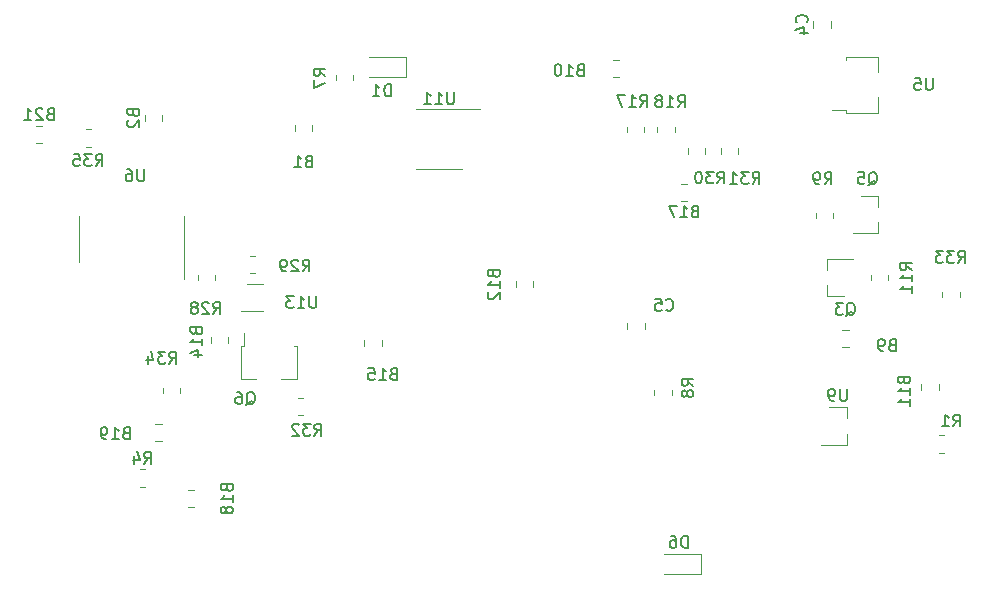
<source format=gbo>
%TF.GenerationSoftware,KiCad,Pcbnew,5.1.12-84ad8e8a86~92~ubuntu20.04.1*%
%TF.CreationDate,2022-05-15T08:31:46-04:00*%
%TF.ProjectId,HL2IOBoard,484c3249-4f42-46f6-9172-642e6b696361,D*%
%TF.SameCoordinates,Original*%
%TF.FileFunction,Legend,Bot*%
%TF.FilePolarity,Positive*%
%FSLAX46Y46*%
G04 Gerber Fmt 4.6, Leading zero omitted, Abs format (unit mm)*
G04 Created by KiCad (PCBNEW 5.1.12-84ad8e8a86~92~ubuntu20.04.1) date 2022-05-15 08:31:46*
%MOMM*%
%LPD*%
G01*
G04 APERTURE LIST*
%ADD10C,0.120000*%
%ADD11C,0.150000*%
G04 APERTURE END LIST*
D10*
%TO.C,B2*%
X120775000Y-92946248D02*
X120775000Y-93468752D01*
X119305000Y-92946248D02*
X119305000Y-93468752D01*
%TO.C,R8*%
X163885000Y-116702064D02*
X163885000Y-116247936D01*
X162415000Y-116702064D02*
X162415000Y-116247936D01*
%TO.C,C5*%
X161610000Y-111111252D02*
X161610000Y-110588748D01*
X160140000Y-111111252D02*
X160140000Y-110588748D01*
%TO.C,C4*%
X177360000Y-85038748D02*
X177360000Y-85561252D01*
X175890000Y-85038748D02*
X175890000Y-85561252D01*
%TO.C,B9*%
X178861252Y-111165000D02*
X178338748Y-111165000D01*
X178861252Y-112635000D02*
X178338748Y-112635000D01*
%TO.C,U9*%
X178700000Y-117730000D02*
X178700000Y-118660000D01*
X178700000Y-120890000D02*
X178700000Y-119960000D01*
X178700000Y-120890000D02*
X176540000Y-120890000D01*
X178700000Y-117730000D02*
X177240000Y-117730000D01*
%TO.C,B1*%
X133425000Y-94351252D02*
X133425000Y-93828748D01*
X131955000Y-94351252D02*
X131955000Y-93828748D01*
%TO.C,B10*%
X159431252Y-89745000D02*
X158908748Y-89745000D01*
X159431252Y-88275000D02*
X158908748Y-88275000D01*
%TO.C,B15*%
X137865000Y-112561252D02*
X137865000Y-112038748D01*
X139335000Y-112561252D02*
X139335000Y-112038748D01*
%TO.C,R17*%
X160065000Y-94427064D02*
X160065000Y-93972936D01*
X161535000Y-94427064D02*
X161535000Y-93972936D01*
%TO.C,R18*%
X164135000Y-94427064D02*
X164135000Y-93972936D01*
X162665000Y-94427064D02*
X162665000Y-93972936D01*
%TO.C,U5*%
X178640000Y-88040000D02*
X178640000Y-88270000D01*
X178640000Y-92760000D02*
X178640000Y-92530000D01*
X178640000Y-92760000D02*
X181360000Y-92760000D01*
X181360000Y-92760000D02*
X181360000Y-91450000D01*
X177500000Y-92530000D02*
X178640000Y-92530000D01*
X181360000Y-88040000D02*
X178640000Y-88040000D01*
X181360000Y-89350000D02*
X181360000Y-88040000D01*
%TO.C,R7*%
X135465000Y-89572936D02*
X135465000Y-90027064D01*
X136935000Y-89572936D02*
X136935000Y-90027064D01*
%TO.C,Q3*%
X177040000Y-108280000D02*
X178500000Y-108280000D01*
X177040000Y-105120000D02*
X179200000Y-105120000D01*
X177040000Y-105120000D02*
X177040000Y-106050000D01*
X177040000Y-108280000D02*
X177040000Y-107350000D01*
%TO.C,Q5*%
X181360000Y-99820000D02*
X181360000Y-100750000D01*
X181360000Y-102980000D02*
X181360000Y-102050000D01*
X181360000Y-102980000D02*
X179200000Y-102980000D01*
X181360000Y-99820000D02*
X179900000Y-99820000D01*
%TO.C,R9*%
X177535000Y-101727064D02*
X177535000Y-101272936D01*
X176065000Y-101727064D02*
X176065000Y-101272936D01*
%TO.C,R11*%
X180765000Y-106927064D02*
X180765000Y-106472936D01*
X182235000Y-106927064D02*
X182235000Y-106472936D01*
%TO.C,D6*%
X166400000Y-130150000D02*
X166400000Y-131850000D01*
X166400000Y-131850000D02*
X163250000Y-131850000D01*
X166400000Y-130150000D02*
X163250000Y-130150000D01*
%TO.C,B12*%
X150665000Y-107038748D02*
X150665000Y-107561252D01*
X152135000Y-107038748D02*
X152135000Y-107561252D01*
%TO.C,R30*%
X166735000Y-95772936D02*
X166735000Y-96227064D01*
X165265000Y-95772936D02*
X165265000Y-96227064D01*
%TO.C,R31*%
X168065000Y-95772936D02*
X168065000Y-96227064D01*
X169535000Y-95772936D02*
X169535000Y-96227064D01*
%TO.C,U11*%
X144200000Y-92440000D02*
X147650000Y-92440000D01*
X144200000Y-92440000D02*
X142250000Y-92440000D01*
X144200000Y-97560000D02*
X146150000Y-97560000D01*
X144200000Y-97560000D02*
X142250000Y-97560000D01*
%TO.C,R32*%
X132242936Y-118355000D02*
X132697064Y-118355000D01*
X132242936Y-116885000D02*
X132697064Y-116885000D01*
%TO.C,R33*%
X186805000Y-108407064D02*
X186805000Y-107952936D01*
X188275000Y-108407064D02*
X188275000Y-107952936D01*
%TO.C,U13*%
X129300000Y-109560000D02*
X127400000Y-109560000D01*
X127900000Y-107240000D02*
X129300000Y-107240000D01*
%TO.C,Q6*%
X130820000Y-115280000D02*
X132130000Y-115280000D01*
X132130000Y-115280000D02*
X132130000Y-112560000D01*
X127640000Y-111420000D02*
X127640000Y-112560000D01*
X127410000Y-115280000D02*
X128720000Y-115280000D01*
X127410000Y-112560000D02*
X127410000Y-115280000D01*
X127410000Y-112560000D02*
X127640000Y-112560000D01*
X132130000Y-112560000D02*
X131900000Y-112560000D01*
%TO.C,B11*%
X185025000Y-116231252D02*
X185025000Y-115708748D01*
X186495000Y-116231252D02*
X186495000Y-115708748D01*
%TO.C,R1*%
X186957064Y-121545000D02*
X186502936Y-121545000D01*
X186957064Y-120075000D02*
X186502936Y-120075000D01*
%TO.C,R28*%
X125225000Y-106502936D02*
X125225000Y-106957064D01*
X123755000Y-106502936D02*
X123755000Y-106957064D01*
%TO.C,R29*%
X128627064Y-104865000D02*
X128172936Y-104865000D01*
X128627064Y-106335000D02*
X128172936Y-106335000D01*
%TO.C,B14*%
X126335000Y-111738748D02*
X126335000Y-112261252D01*
X124865000Y-111738748D02*
X124865000Y-112261252D01*
%TO.C,B18*%
X122938748Y-124685000D02*
X123461252Y-124685000D01*
X122938748Y-126155000D02*
X123461252Y-126155000D01*
%TO.C,B19*%
X120701252Y-119135000D02*
X120178748Y-119135000D01*
X120701252Y-120605000D02*
X120178748Y-120605000D01*
%TO.C,B21*%
X110611252Y-93865000D02*
X110088748Y-93865000D01*
X110611252Y-95335000D02*
X110088748Y-95335000D01*
%TO.C,D1*%
X141370000Y-88070000D02*
X141370000Y-89770000D01*
X141370000Y-89770000D02*
X138220000Y-89770000D01*
X141370000Y-88070000D02*
X138220000Y-88070000D01*
%TO.C,R4*%
X119297064Y-124425000D02*
X118842936Y-124425000D01*
X119297064Y-122955000D02*
X118842936Y-122955000D01*
%TO.C,R34*%
X120785000Y-116052936D02*
X120785000Y-116507064D01*
X122255000Y-116052936D02*
X122255000Y-116507064D01*
%TO.C,R35*%
X114747064Y-94185000D02*
X114292936Y-94185000D01*
X114747064Y-95655000D02*
X114292936Y-95655000D01*
%TO.C,U6*%
X113695000Y-103440000D02*
X113695000Y-101490000D01*
X113695000Y-103440000D02*
X113695000Y-105390000D01*
X122565000Y-103440000D02*
X122565000Y-101490000D01*
X122565000Y-103440000D02*
X122565000Y-106890000D01*
%TO.C,B17*%
X164678748Y-100245000D02*
X165201252Y-100245000D01*
X164678748Y-98775000D02*
X165201252Y-98775000D01*
%TO.C,B2*%
D11*
X118288571Y-92802738D02*
X118336190Y-92945595D01*
X118383809Y-92993214D01*
X118479047Y-93040833D01*
X118621904Y-93040833D01*
X118717142Y-92993214D01*
X118764761Y-92945595D01*
X118812380Y-92850357D01*
X118812380Y-92469404D01*
X117812380Y-92469404D01*
X117812380Y-92802738D01*
X117860000Y-92897976D01*
X117907619Y-92945595D01*
X118002857Y-92993214D01*
X118098095Y-92993214D01*
X118193333Y-92945595D01*
X118240952Y-92897976D01*
X118288571Y-92802738D01*
X118288571Y-92469404D01*
X117907619Y-93421785D02*
X117860000Y-93469404D01*
X117812380Y-93564642D01*
X117812380Y-93802738D01*
X117860000Y-93897976D01*
X117907619Y-93945595D01*
X118002857Y-93993214D01*
X118098095Y-93993214D01*
X118240952Y-93945595D01*
X118812380Y-93374166D01*
X118812380Y-93993214D01*
%TO.C,R8*%
X165722380Y-115893333D02*
X165246190Y-115560000D01*
X165722380Y-115321904D02*
X164722380Y-115321904D01*
X164722380Y-115702857D01*
X164770000Y-115798095D01*
X164817619Y-115845714D01*
X164912857Y-115893333D01*
X165055714Y-115893333D01*
X165150952Y-115845714D01*
X165198571Y-115798095D01*
X165246190Y-115702857D01*
X165246190Y-115321904D01*
X165150952Y-116464761D02*
X165103333Y-116369523D01*
X165055714Y-116321904D01*
X164960476Y-116274285D01*
X164912857Y-116274285D01*
X164817619Y-116321904D01*
X164770000Y-116369523D01*
X164722380Y-116464761D01*
X164722380Y-116655238D01*
X164770000Y-116750476D01*
X164817619Y-116798095D01*
X164912857Y-116845714D01*
X164960476Y-116845714D01*
X165055714Y-116798095D01*
X165103333Y-116750476D01*
X165150952Y-116655238D01*
X165150952Y-116464761D01*
X165198571Y-116369523D01*
X165246190Y-116321904D01*
X165341428Y-116274285D01*
X165531904Y-116274285D01*
X165627142Y-116321904D01*
X165674761Y-116369523D01*
X165722380Y-116464761D01*
X165722380Y-116655238D01*
X165674761Y-116750476D01*
X165627142Y-116798095D01*
X165531904Y-116845714D01*
X165341428Y-116845714D01*
X165246190Y-116798095D01*
X165198571Y-116750476D01*
X165150952Y-116655238D01*
%TO.C,C5*%
X163416666Y-109437142D02*
X163464285Y-109484761D01*
X163607142Y-109532380D01*
X163702380Y-109532380D01*
X163845238Y-109484761D01*
X163940476Y-109389523D01*
X163988095Y-109294285D01*
X164035714Y-109103809D01*
X164035714Y-108960952D01*
X163988095Y-108770476D01*
X163940476Y-108675238D01*
X163845238Y-108580000D01*
X163702380Y-108532380D01*
X163607142Y-108532380D01*
X163464285Y-108580000D01*
X163416666Y-108627619D01*
X162511904Y-108532380D02*
X162988095Y-108532380D01*
X163035714Y-109008571D01*
X162988095Y-108960952D01*
X162892857Y-108913333D01*
X162654761Y-108913333D01*
X162559523Y-108960952D01*
X162511904Y-109008571D01*
X162464285Y-109103809D01*
X162464285Y-109341904D01*
X162511904Y-109437142D01*
X162559523Y-109484761D01*
X162654761Y-109532380D01*
X162892857Y-109532380D01*
X162988095Y-109484761D01*
X163035714Y-109437142D01*
%TO.C,C4*%
X175302142Y-85133333D02*
X175349761Y-85085714D01*
X175397380Y-84942857D01*
X175397380Y-84847619D01*
X175349761Y-84704761D01*
X175254523Y-84609523D01*
X175159285Y-84561904D01*
X174968809Y-84514285D01*
X174825952Y-84514285D01*
X174635476Y-84561904D01*
X174540238Y-84609523D01*
X174445000Y-84704761D01*
X174397380Y-84847619D01*
X174397380Y-84942857D01*
X174445000Y-85085714D01*
X174492619Y-85133333D01*
X174730714Y-85990476D02*
X175397380Y-85990476D01*
X174349761Y-85752380D02*
X175064047Y-85514285D01*
X175064047Y-86133333D01*
%TO.C,B9*%
X182534761Y-112408571D02*
X182391904Y-112456190D01*
X182344285Y-112503809D01*
X182296666Y-112599047D01*
X182296666Y-112741904D01*
X182344285Y-112837142D01*
X182391904Y-112884761D01*
X182487142Y-112932380D01*
X182868095Y-112932380D01*
X182868095Y-111932380D01*
X182534761Y-111932380D01*
X182439523Y-111980000D01*
X182391904Y-112027619D01*
X182344285Y-112122857D01*
X182344285Y-112218095D01*
X182391904Y-112313333D01*
X182439523Y-112360952D01*
X182534761Y-112408571D01*
X182868095Y-112408571D01*
X181820476Y-112932380D02*
X181630000Y-112932380D01*
X181534761Y-112884761D01*
X181487142Y-112837142D01*
X181391904Y-112694285D01*
X181344285Y-112503809D01*
X181344285Y-112122857D01*
X181391904Y-112027619D01*
X181439523Y-111980000D01*
X181534761Y-111932380D01*
X181725238Y-111932380D01*
X181820476Y-111980000D01*
X181868095Y-112027619D01*
X181915714Y-112122857D01*
X181915714Y-112360952D01*
X181868095Y-112456190D01*
X181820476Y-112503809D01*
X181725238Y-112551428D01*
X181534761Y-112551428D01*
X181439523Y-112503809D01*
X181391904Y-112456190D01*
X181344285Y-112360952D01*
%TO.C,U9*%
X178711904Y-116162380D02*
X178711904Y-116971904D01*
X178664285Y-117067142D01*
X178616666Y-117114761D01*
X178521428Y-117162380D01*
X178330952Y-117162380D01*
X178235714Y-117114761D01*
X178188095Y-117067142D01*
X178140476Y-116971904D01*
X178140476Y-116162380D01*
X177616666Y-117162380D02*
X177426190Y-117162380D01*
X177330952Y-117114761D01*
X177283333Y-117067142D01*
X177188095Y-116924285D01*
X177140476Y-116733809D01*
X177140476Y-116352857D01*
X177188095Y-116257619D01*
X177235714Y-116210000D01*
X177330952Y-116162380D01*
X177521428Y-116162380D01*
X177616666Y-116210000D01*
X177664285Y-116257619D01*
X177711904Y-116352857D01*
X177711904Y-116590952D01*
X177664285Y-116686190D01*
X177616666Y-116733809D01*
X177521428Y-116781428D01*
X177330952Y-116781428D01*
X177235714Y-116733809D01*
X177188095Y-116686190D01*
X177140476Y-116590952D01*
%TO.C,B1*%
X133124761Y-96878571D02*
X132981904Y-96926190D01*
X132934285Y-96973809D01*
X132886666Y-97069047D01*
X132886666Y-97211904D01*
X132934285Y-97307142D01*
X132981904Y-97354761D01*
X133077142Y-97402380D01*
X133458095Y-97402380D01*
X133458095Y-96402380D01*
X133124761Y-96402380D01*
X133029523Y-96450000D01*
X132981904Y-96497619D01*
X132934285Y-96592857D01*
X132934285Y-96688095D01*
X132981904Y-96783333D01*
X133029523Y-96830952D01*
X133124761Y-96878571D01*
X133458095Y-96878571D01*
X131934285Y-97402380D02*
X132505714Y-97402380D01*
X132220000Y-97402380D02*
X132220000Y-96402380D01*
X132315238Y-96545238D01*
X132410476Y-96640476D01*
X132505714Y-96688095D01*
%TO.C,B10*%
X156110952Y-89138571D02*
X155968095Y-89186190D01*
X155920476Y-89233809D01*
X155872857Y-89329047D01*
X155872857Y-89471904D01*
X155920476Y-89567142D01*
X155968095Y-89614761D01*
X156063333Y-89662380D01*
X156444285Y-89662380D01*
X156444285Y-88662380D01*
X156110952Y-88662380D01*
X156015714Y-88710000D01*
X155968095Y-88757619D01*
X155920476Y-88852857D01*
X155920476Y-88948095D01*
X155968095Y-89043333D01*
X156015714Y-89090952D01*
X156110952Y-89138571D01*
X156444285Y-89138571D01*
X154920476Y-89662380D02*
X155491904Y-89662380D01*
X155206190Y-89662380D02*
X155206190Y-88662380D01*
X155301428Y-88805238D01*
X155396666Y-88900476D01*
X155491904Y-88948095D01*
X154301428Y-88662380D02*
X154206190Y-88662380D01*
X154110952Y-88710000D01*
X154063333Y-88757619D01*
X154015714Y-88852857D01*
X153968095Y-89043333D01*
X153968095Y-89281428D01*
X154015714Y-89471904D01*
X154063333Y-89567142D01*
X154110952Y-89614761D01*
X154206190Y-89662380D01*
X154301428Y-89662380D01*
X154396666Y-89614761D01*
X154444285Y-89567142D01*
X154491904Y-89471904D01*
X154539523Y-89281428D01*
X154539523Y-89043333D01*
X154491904Y-88852857D01*
X154444285Y-88757619D01*
X154396666Y-88710000D01*
X154301428Y-88662380D01*
%TO.C,B15*%
X140310952Y-114868571D02*
X140168095Y-114916190D01*
X140120476Y-114963809D01*
X140072857Y-115059047D01*
X140072857Y-115201904D01*
X140120476Y-115297142D01*
X140168095Y-115344761D01*
X140263333Y-115392380D01*
X140644285Y-115392380D01*
X140644285Y-114392380D01*
X140310952Y-114392380D01*
X140215714Y-114440000D01*
X140168095Y-114487619D01*
X140120476Y-114582857D01*
X140120476Y-114678095D01*
X140168095Y-114773333D01*
X140215714Y-114820952D01*
X140310952Y-114868571D01*
X140644285Y-114868571D01*
X139120476Y-115392380D02*
X139691904Y-115392380D01*
X139406190Y-115392380D02*
X139406190Y-114392380D01*
X139501428Y-114535238D01*
X139596666Y-114630476D01*
X139691904Y-114678095D01*
X138215714Y-114392380D02*
X138691904Y-114392380D01*
X138739523Y-114868571D01*
X138691904Y-114820952D01*
X138596666Y-114773333D01*
X138358571Y-114773333D01*
X138263333Y-114820952D01*
X138215714Y-114868571D01*
X138168095Y-114963809D01*
X138168095Y-115201904D01*
X138215714Y-115297142D01*
X138263333Y-115344761D01*
X138358571Y-115392380D01*
X138596666Y-115392380D01*
X138691904Y-115344761D01*
X138739523Y-115297142D01*
%TO.C,R17*%
X161212857Y-92252380D02*
X161546190Y-91776190D01*
X161784285Y-92252380D02*
X161784285Y-91252380D01*
X161403333Y-91252380D01*
X161308095Y-91300000D01*
X161260476Y-91347619D01*
X161212857Y-91442857D01*
X161212857Y-91585714D01*
X161260476Y-91680952D01*
X161308095Y-91728571D01*
X161403333Y-91776190D01*
X161784285Y-91776190D01*
X160260476Y-92252380D02*
X160831904Y-92252380D01*
X160546190Y-92252380D02*
X160546190Y-91252380D01*
X160641428Y-91395238D01*
X160736666Y-91490476D01*
X160831904Y-91538095D01*
X159927142Y-91252380D02*
X159260476Y-91252380D01*
X159689047Y-92252380D01*
%TO.C,R18*%
X164412857Y-92302380D02*
X164746190Y-91826190D01*
X164984285Y-92302380D02*
X164984285Y-91302380D01*
X164603333Y-91302380D01*
X164508095Y-91350000D01*
X164460476Y-91397619D01*
X164412857Y-91492857D01*
X164412857Y-91635714D01*
X164460476Y-91730952D01*
X164508095Y-91778571D01*
X164603333Y-91826190D01*
X164984285Y-91826190D01*
X163460476Y-92302380D02*
X164031904Y-92302380D01*
X163746190Y-92302380D02*
X163746190Y-91302380D01*
X163841428Y-91445238D01*
X163936666Y-91540476D01*
X164031904Y-91588095D01*
X162889047Y-91730952D02*
X162984285Y-91683333D01*
X163031904Y-91635714D01*
X163079523Y-91540476D01*
X163079523Y-91492857D01*
X163031904Y-91397619D01*
X162984285Y-91350000D01*
X162889047Y-91302380D01*
X162698571Y-91302380D01*
X162603333Y-91350000D01*
X162555714Y-91397619D01*
X162508095Y-91492857D01*
X162508095Y-91540476D01*
X162555714Y-91635714D01*
X162603333Y-91683333D01*
X162698571Y-91730952D01*
X162889047Y-91730952D01*
X162984285Y-91778571D01*
X163031904Y-91826190D01*
X163079523Y-91921428D01*
X163079523Y-92111904D01*
X163031904Y-92207142D01*
X162984285Y-92254761D01*
X162889047Y-92302380D01*
X162698571Y-92302380D01*
X162603333Y-92254761D01*
X162555714Y-92207142D01*
X162508095Y-92111904D01*
X162508095Y-91921428D01*
X162555714Y-91826190D01*
X162603333Y-91778571D01*
X162698571Y-91730952D01*
%TO.C,U5*%
X185981904Y-89842380D02*
X185981904Y-90651904D01*
X185934285Y-90747142D01*
X185886666Y-90794761D01*
X185791428Y-90842380D01*
X185600952Y-90842380D01*
X185505714Y-90794761D01*
X185458095Y-90747142D01*
X185410476Y-90651904D01*
X185410476Y-89842380D01*
X184458095Y-89842380D02*
X184934285Y-89842380D01*
X184981904Y-90318571D01*
X184934285Y-90270952D01*
X184839047Y-90223333D01*
X184600952Y-90223333D01*
X184505714Y-90270952D01*
X184458095Y-90318571D01*
X184410476Y-90413809D01*
X184410476Y-90651904D01*
X184458095Y-90747142D01*
X184505714Y-90794761D01*
X184600952Y-90842380D01*
X184839047Y-90842380D01*
X184934285Y-90794761D01*
X184981904Y-90747142D01*
%TO.C,R7*%
X134572380Y-89653333D02*
X134096190Y-89320000D01*
X134572380Y-89081904D02*
X133572380Y-89081904D01*
X133572380Y-89462857D01*
X133620000Y-89558095D01*
X133667619Y-89605714D01*
X133762857Y-89653333D01*
X133905714Y-89653333D01*
X134000952Y-89605714D01*
X134048571Y-89558095D01*
X134096190Y-89462857D01*
X134096190Y-89081904D01*
X133572380Y-89986666D02*
X133572380Y-90653333D01*
X134572380Y-90224761D01*
%TO.C,Q3*%
X178665238Y-109967619D02*
X178760476Y-109920000D01*
X178855714Y-109824761D01*
X178998571Y-109681904D01*
X179093809Y-109634285D01*
X179189047Y-109634285D01*
X179141428Y-109872380D02*
X179236666Y-109824761D01*
X179331904Y-109729523D01*
X179379523Y-109539047D01*
X179379523Y-109205714D01*
X179331904Y-109015238D01*
X179236666Y-108920000D01*
X179141428Y-108872380D01*
X178950952Y-108872380D01*
X178855714Y-108920000D01*
X178760476Y-109015238D01*
X178712857Y-109205714D01*
X178712857Y-109539047D01*
X178760476Y-109729523D01*
X178855714Y-109824761D01*
X178950952Y-109872380D01*
X179141428Y-109872380D01*
X178379523Y-108872380D02*
X177760476Y-108872380D01*
X178093809Y-109253333D01*
X177950952Y-109253333D01*
X177855714Y-109300952D01*
X177808095Y-109348571D01*
X177760476Y-109443809D01*
X177760476Y-109681904D01*
X177808095Y-109777142D01*
X177855714Y-109824761D01*
X177950952Y-109872380D01*
X178236666Y-109872380D01*
X178331904Y-109824761D01*
X178379523Y-109777142D01*
%TO.C,Q5*%
X180535238Y-98897619D02*
X180630476Y-98850000D01*
X180725714Y-98754761D01*
X180868571Y-98611904D01*
X180963809Y-98564285D01*
X181059047Y-98564285D01*
X181011428Y-98802380D02*
X181106666Y-98754761D01*
X181201904Y-98659523D01*
X181249523Y-98469047D01*
X181249523Y-98135714D01*
X181201904Y-97945238D01*
X181106666Y-97850000D01*
X181011428Y-97802380D01*
X180820952Y-97802380D01*
X180725714Y-97850000D01*
X180630476Y-97945238D01*
X180582857Y-98135714D01*
X180582857Y-98469047D01*
X180630476Y-98659523D01*
X180725714Y-98754761D01*
X180820952Y-98802380D01*
X181011428Y-98802380D01*
X179678095Y-97802380D02*
X180154285Y-97802380D01*
X180201904Y-98278571D01*
X180154285Y-98230952D01*
X180059047Y-98183333D01*
X179820952Y-98183333D01*
X179725714Y-98230952D01*
X179678095Y-98278571D01*
X179630476Y-98373809D01*
X179630476Y-98611904D01*
X179678095Y-98707142D01*
X179725714Y-98754761D01*
X179820952Y-98802380D01*
X180059047Y-98802380D01*
X180154285Y-98754761D01*
X180201904Y-98707142D01*
%TO.C,R9*%
X176846666Y-98822380D02*
X177180000Y-98346190D01*
X177418095Y-98822380D02*
X177418095Y-97822380D01*
X177037142Y-97822380D01*
X176941904Y-97870000D01*
X176894285Y-97917619D01*
X176846666Y-98012857D01*
X176846666Y-98155714D01*
X176894285Y-98250952D01*
X176941904Y-98298571D01*
X177037142Y-98346190D01*
X177418095Y-98346190D01*
X176370476Y-98822380D02*
X176180000Y-98822380D01*
X176084761Y-98774761D01*
X176037142Y-98727142D01*
X175941904Y-98584285D01*
X175894285Y-98393809D01*
X175894285Y-98012857D01*
X175941904Y-97917619D01*
X175989523Y-97870000D01*
X176084761Y-97822380D01*
X176275238Y-97822380D01*
X176370476Y-97870000D01*
X176418095Y-97917619D01*
X176465714Y-98012857D01*
X176465714Y-98250952D01*
X176418095Y-98346190D01*
X176370476Y-98393809D01*
X176275238Y-98441428D01*
X176084761Y-98441428D01*
X175989523Y-98393809D01*
X175941904Y-98346190D01*
X175894285Y-98250952D01*
%TO.C,R11*%
X184222380Y-106107142D02*
X183746190Y-105773809D01*
X184222380Y-105535714D02*
X183222380Y-105535714D01*
X183222380Y-105916666D01*
X183270000Y-106011904D01*
X183317619Y-106059523D01*
X183412857Y-106107142D01*
X183555714Y-106107142D01*
X183650952Y-106059523D01*
X183698571Y-106011904D01*
X183746190Y-105916666D01*
X183746190Y-105535714D01*
X184222380Y-107059523D02*
X184222380Y-106488095D01*
X184222380Y-106773809D02*
X183222380Y-106773809D01*
X183365238Y-106678571D01*
X183460476Y-106583333D01*
X183508095Y-106488095D01*
X184222380Y-108011904D02*
X184222380Y-107440476D01*
X184222380Y-107726190D02*
X183222380Y-107726190D01*
X183365238Y-107630952D01*
X183460476Y-107535714D01*
X183508095Y-107440476D01*
%TO.C,D6*%
X165238095Y-129602380D02*
X165238095Y-128602380D01*
X165000000Y-128602380D01*
X164857142Y-128650000D01*
X164761904Y-128745238D01*
X164714285Y-128840476D01*
X164666666Y-129030952D01*
X164666666Y-129173809D01*
X164714285Y-129364285D01*
X164761904Y-129459523D01*
X164857142Y-129554761D01*
X165000000Y-129602380D01*
X165238095Y-129602380D01*
X163809523Y-128602380D02*
X164000000Y-128602380D01*
X164095238Y-128650000D01*
X164142857Y-128697619D01*
X164238095Y-128840476D01*
X164285714Y-129030952D01*
X164285714Y-129411904D01*
X164238095Y-129507142D01*
X164190476Y-129554761D01*
X164095238Y-129602380D01*
X163904761Y-129602380D01*
X163809523Y-129554761D01*
X163761904Y-129507142D01*
X163714285Y-129411904D01*
X163714285Y-129173809D01*
X163761904Y-129078571D01*
X163809523Y-129030952D01*
X163904761Y-128983333D01*
X164095238Y-128983333D01*
X164190476Y-129030952D01*
X164238095Y-129078571D01*
X164285714Y-129173809D01*
%TO.C,B12*%
X148798571Y-106419047D02*
X148846190Y-106561904D01*
X148893809Y-106609523D01*
X148989047Y-106657142D01*
X149131904Y-106657142D01*
X149227142Y-106609523D01*
X149274761Y-106561904D01*
X149322380Y-106466666D01*
X149322380Y-106085714D01*
X148322380Y-106085714D01*
X148322380Y-106419047D01*
X148370000Y-106514285D01*
X148417619Y-106561904D01*
X148512857Y-106609523D01*
X148608095Y-106609523D01*
X148703333Y-106561904D01*
X148750952Y-106514285D01*
X148798571Y-106419047D01*
X148798571Y-106085714D01*
X149322380Y-107609523D02*
X149322380Y-107038095D01*
X149322380Y-107323809D02*
X148322380Y-107323809D01*
X148465238Y-107228571D01*
X148560476Y-107133333D01*
X148608095Y-107038095D01*
X148417619Y-107990476D02*
X148370000Y-108038095D01*
X148322380Y-108133333D01*
X148322380Y-108371428D01*
X148370000Y-108466666D01*
X148417619Y-108514285D01*
X148512857Y-108561904D01*
X148608095Y-108561904D01*
X148750952Y-108514285D01*
X149322380Y-107942857D01*
X149322380Y-108561904D01*
%TO.C,R30*%
X167762857Y-98762380D02*
X168096190Y-98286190D01*
X168334285Y-98762380D02*
X168334285Y-97762380D01*
X167953333Y-97762380D01*
X167858095Y-97810000D01*
X167810476Y-97857619D01*
X167762857Y-97952857D01*
X167762857Y-98095714D01*
X167810476Y-98190952D01*
X167858095Y-98238571D01*
X167953333Y-98286190D01*
X168334285Y-98286190D01*
X167429523Y-97762380D02*
X166810476Y-97762380D01*
X167143809Y-98143333D01*
X167000952Y-98143333D01*
X166905714Y-98190952D01*
X166858095Y-98238571D01*
X166810476Y-98333809D01*
X166810476Y-98571904D01*
X166858095Y-98667142D01*
X166905714Y-98714761D01*
X167000952Y-98762380D01*
X167286666Y-98762380D01*
X167381904Y-98714761D01*
X167429523Y-98667142D01*
X166191428Y-97762380D02*
X166096190Y-97762380D01*
X166000952Y-97810000D01*
X165953333Y-97857619D01*
X165905714Y-97952857D01*
X165858095Y-98143333D01*
X165858095Y-98381428D01*
X165905714Y-98571904D01*
X165953333Y-98667142D01*
X166000952Y-98714761D01*
X166096190Y-98762380D01*
X166191428Y-98762380D01*
X166286666Y-98714761D01*
X166334285Y-98667142D01*
X166381904Y-98571904D01*
X166429523Y-98381428D01*
X166429523Y-98143333D01*
X166381904Y-97952857D01*
X166334285Y-97857619D01*
X166286666Y-97810000D01*
X166191428Y-97762380D01*
%TO.C,R31*%
X170732857Y-98782380D02*
X171066190Y-98306190D01*
X171304285Y-98782380D02*
X171304285Y-97782380D01*
X170923333Y-97782380D01*
X170828095Y-97830000D01*
X170780476Y-97877619D01*
X170732857Y-97972857D01*
X170732857Y-98115714D01*
X170780476Y-98210952D01*
X170828095Y-98258571D01*
X170923333Y-98306190D01*
X171304285Y-98306190D01*
X170399523Y-97782380D02*
X169780476Y-97782380D01*
X170113809Y-98163333D01*
X169970952Y-98163333D01*
X169875714Y-98210952D01*
X169828095Y-98258571D01*
X169780476Y-98353809D01*
X169780476Y-98591904D01*
X169828095Y-98687142D01*
X169875714Y-98734761D01*
X169970952Y-98782380D01*
X170256666Y-98782380D01*
X170351904Y-98734761D01*
X170399523Y-98687142D01*
X168828095Y-98782380D02*
X169399523Y-98782380D01*
X169113809Y-98782380D02*
X169113809Y-97782380D01*
X169209047Y-97925238D01*
X169304285Y-98020476D01*
X169399523Y-98068095D01*
%TO.C,U11*%
X145438095Y-91052380D02*
X145438095Y-91861904D01*
X145390476Y-91957142D01*
X145342857Y-92004761D01*
X145247619Y-92052380D01*
X145057142Y-92052380D01*
X144961904Y-92004761D01*
X144914285Y-91957142D01*
X144866666Y-91861904D01*
X144866666Y-91052380D01*
X143866666Y-92052380D02*
X144438095Y-92052380D01*
X144152380Y-92052380D02*
X144152380Y-91052380D01*
X144247619Y-91195238D01*
X144342857Y-91290476D01*
X144438095Y-91338095D01*
X142914285Y-92052380D02*
X143485714Y-92052380D01*
X143200000Y-92052380D02*
X143200000Y-91052380D01*
X143295238Y-91195238D01*
X143390476Y-91290476D01*
X143485714Y-91338095D01*
%TO.C,R32*%
X133642857Y-120102380D02*
X133976190Y-119626190D01*
X134214285Y-120102380D02*
X134214285Y-119102380D01*
X133833333Y-119102380D01*
X133738095Y-119150000D01*
X133690476Y-119197619D01*
X133642857Y-119292857D01*
X133642857Y-119435714D01*
X133690476Y-119530952D01*
X133738095Y-119578571D01*
X133833333Y-119626190D01*
X134214285Y-119626190D01*
X133309523Y-119102380D02*
X132690476Y-119102380D01*
X133023809Y-119483333D01*
X132880952Y-119483333D01*
X132785714Y-119530952D01*
X132738095Y-119578571D01*
X132690476Y-119673809D01*
X132690476Y-119911904D01*
X132738095Y-120007142D01*
X132785714Y-120054761D01*
X132880952Y-120102380D01*
X133166666Y-120102380D01*
X133261904Y-120054761D01*
X133309523Y-120007142D01*
X132309523Y-119197619D02*
X132261904Y-119150000D01*
X132166666Y-119102380D01*
X131928571Y-119102380D01*
X131833333Y-119150000D01*
X131785714Y-119197619D01*
X131738095Y-119292857D01*
X131738095Y-119388095D01*
X131785714Y-119530952D01*
X132357142Y-120102380D01*
X131738095Y-120102380D01*
%TO.C,R33*%
X188142857Y-105472380D02*
X188476190Y-104996190D01*
X188714285Y-105472380D02*
X188714285Y-104472380D01*
X188333333Y-104472380D01*
X188238095Y-104520000D01*
X188190476Y-104567619D01*
X188142857Y-104662857D01*
X188142857Y-104805714D01*
X188190476Y-104900952D01*
X188238095Y-104948571D01*
X188333333Y-104996190D01*
X188714285Y-104996190D01*
X187809523Y-104472380D02*
X187190476Y-104472380D01*
X187523809Y-104853333D01*
X187380952Y-104853333D01*
X187285714Y-104900952D01*
X187238095Y-104948571D01*
X187190476Y-105043809D01*
X187190476Y-105281904D01*
X187238095Y-105377142D01*
X187285714Y-105424761D01*
X187380952Y-105472380D01*
X187666666Y-105472380D01*
X187761904Y-105424761D01*
X187809523Y-105377142D01*
X186857142Y-104472380D02*
X186238095Y-104472380D01*
X186571428Y-104853333D01*
X186428571Y-104853333D01*
X186333333Y-104900952D01*
X186285714Y-104948571D01*
X186238095Y-105043809D01*
X186238095Y-105281904D01*
X186285714Y-105377142D01*
X186333333Y-105424761D01*
X186428571Y-105472380D01*
X186714285Y-105472380D01*
X186809523Y-105424761D01*
X186857142Y-105377142D01*
%TO.C,U13*%
X133788095Y-108302380D02*
X133788095Y-109111904D01*
X133740476Y-109207142D01*
X133692857Y-109254761D01*
X133597619Y-109302380D01*
X133407142Y-109302380D01*
X133311904Y-109254761D01*
X133264285Y-109207142D01*
X133216666Y-109111904D01*
X133216666Y-108302380D01*
X132216666Y-109302380D02*
X132788095Y-109302380D01*
X132502380Y-109302380D02*
X132502380Y-108302380D01*
X132597619Y-108445238D01*
X132692857Y-108540476D01*
X132788095Y-108588095D01*
X131883333Y-108302380D02*
X131264285Y-108302380D01*
X131597619Y-108683333D01*
X131454761Y-108683333D01*
X131359523Y-108730952D01*
X131311904Y-108778571D01*
X131264285Y-108873809D01*
X131264285Y-109111904D01*
X131311904Y-109207142D01*
X131359523Y-109254761D01*
X131454761Y-109302380D01*
X131740476Y-109302380D01*
X131835714Y-109254761D01*
X131883333Y-109207142D01*
%TO.C,Q6*%
X127855238Y-117517619D02*
X127950476Y-117470000D01*
X128045714Y-117374761D01*
X128188571Y-117231904D01*
X128283809Y-117184285D01*
X128379047Y-117184285D01*
X128331428Y-117422380D02*
X128426666Y-117374761D01*
X128521904Y-117279523D01*
X128569523Y-117089047D01*
X128569523Y-116755714D01*
X128521904Y-116565238D01*
X128426666Y-116470000D01*
X128331428Y-116422380D01*
X128140952Y-116422380D01*
X128045714Y-116470000D01*
X127950476Y-116565238D01*
X127902857Y-116755714D01*
X127902857Y-117089047D01*
X127950476Y-117279523D01*
X128045714Y-117374761D01*
X128140952Y-117422380D01*
X128331428Y-117422380D01*
X127045714Y-116422380D02*
X127236190Y-116422380D01*
X127331428Y-116470000D01*
X127379047Y-116517619D01*
X127474285Y-116660476D01*
X127521904Y-116850952D01*
X127521904Y-117231904D01*
X127474285Y-117327142D01*
X127426666Y-117374761D01*
X127331428Y-117422380D01*
X127140952Y-117422380D01*
X127045714Y-117374761D01*
X126998095Y-117327142D01*
X126950476Y-117231904D01*
X126950476Y-116993809D01*
X126998095Y-116898571D01*
X127045714Y-116850952D01*
X127140952Y-116803333D01*
X127331428Y-116803333D01*
X127426666Y-116850952D01*
X127474285Y-116898571D01*
X127521904Y-116993809D01*
%TO.C,B11*%
X183518571Y-115449047D02*
X183566190Y-115591904D01*
X183613809Y-115639523D01*
X183709047Y-115687142D01*
X183851904Y-115687142D01*
X183947142Y-115639523D01*
X183994761Y-115591904D01*
X184042380Y-115496666D01*
X184042380Y-115115714D01*
X183042380Y-115115714D01*
X183042380Y-115449047D01*
X183090000Y-115544285D01*
X183137619Y-115591904D01*
X183232857Y-115639523D01*
X183328095Y-115639523D01*
X183423333Y-115591904D01*
X183470952Y-115544285D01*
X183518571Y-115449047D01*
X183518571Y-115115714D01*
X184042380Y-116639523D02*
X184042380Y-116068095D01*
X184042380Y-116353809D02*
X183042380Y-116353809D01*
X183185238Y-116258571D01*
X183280476Y-116163333D01*
X183328095Y-116068095D01*
X184042380Y-117591904D02*
X184042380Y-117020476D01*
X184042380Y-117306190D02*
X183042380Y-117306190D01*
X183185238Y-117210952D01*
X183280476Y-117115714D01*
X183328095Y-117020476D01*
%TO.C,R1*%
X187736666Y-119332380D02*
X188070000Y-118856190D01*
X188308095Y-119332380D02*
X188308095Y-118332380D01*
X187927142Y-118332380D01*
X187831904Y-118380000D01*
X187784285Y-118427619D01*
X187736666Y-118522857D01*
X187736666Y-118665714D01*
X187784285Y-118760952D01*
X187831904Y-118808571D01*
X187927142Y-118856190D01*
X188308095Y-118856190D01*
X186784285Y-119332380D02*
X187355714Y-119332380D01*
X187070000Y-119332380D02*
X187070000Y-118332380D01*
X187165238Y-118475238D01*
X187260476Y-118570476D01*
X187355714Y-118618095D01*
%TO.C,R28*%
X125082857Y-109812380D02*
X125416190Y-109336190D01*
X125654285Y-109812380D02*
X125654285Y-108812380D01*
X125273333Y-108812380D01*
X125178095Y-108860000D01*
X125130476Y-108907619D01*
X125082857Y-109002857D01*
X125082857Y-109145714D01*
X125130476Y-109240952D01*
X125178095Y-109288571D01*
X125273333Y-109336190D01*
X125654285Y-109336190D01*
X124701904Y-108907619D02*
X124654285Y-108860000D01*
X124559047Y-108812380D01*
X124320952Y-108812380D01*
X124225714Y-108860000D01*
X124178095Y-108907619D01*
X124130476Y-109002857D01*
X124130476Y-109098095D01*
X124178095Y-109240952D01*
X124749523Y-109812380D01*
X124130476Y-109812380D01*
X123559047Y-109240952D02*
X123654285Y-109193333D01*
X123701904Y-109145714D01*
X123749523Y-109050476D01*
X123749523Y-109002857D01*
X123701904Y-108907619D01*
X123654285Y-108860000D01*
X123559047Y-108812380D01*
X123368571Y-108812380D01*
X123273333Y-108860000D01*
X123225714Y-108907619D01*
X123178095Y-109002857D01*
X123178095Y-109050476D01*
X123225714Y-109145714D01*
X123273333Y-109193333D01*
X123368571Y-109240952D01*
X123559047Y-109240952D01*
X123654285Y-109288571D01*
X123701904Y-109336190D01*
X123749523Y-109431428D01*
X123749523Y-109621904D01*
X123701904Y-109717142D01*
X123654285Y-109764761D01*
X123559047Y-109812380D01*
X123368571Y-109812380D01*
X123273333Y-109764761D01*
X123225714Y-109717142D01*
X123178095Y-109621904D01*
X123178095Y-109431428D01*
X123225714Y-109336190D01*
X123273333Y-109288571D01*
X123368571Y-109240952D01*
%TO.C,R29*%
X132642857Y-106212380D02*
X132976190Y-105736190D01*
X133214285Y-106212380D02*
X133214285Y-105212380D01*
X132833333Y-105212380D01*
X132738095Y-105260000D01*
X132690476Y-105307619D01*
X132642857Y-105402857D01*
X132642857Y-105545714D01*
X132690476Y-105640952D01*
X132738095Y-105688571D01*
X132833333Y-105736190D01*
X133214285Y-105736190D01*
X132261904Y-105307619D02*
X132214285Y-105260000D01*
X132119047Y-105212380D01*
X131880952Y-105212380D01*
X131785714Y-105260000D01*
X131738095Y-105307619D01*
X131690476Y-105402857D01*
X131690476Y-105498095D01*
X131738095Y-105640952D01*
X132309523Y-106212380D01*
X131690476Y-106212380D01*
X131214285Y-106212380D02*
X131023809Y-106212380D01*
X130928571Y-106164761D01*
X130880952Y-106117142D01*
X130785714Y-105974285D01*
X130738095Y-105783809D01*
X130738095Y-105402857D01*
X130785714Y-105307619D01*
X130833333Y-105260000D01*
X130928571Y-105212380D01*
X131119047Y-105212380D01*
X131214285Y-105260000D01*
X131261904Y-105307619D01*
X131309523Y-105402857D01*
X131309523Y-105640952D01*
X131261904Y-105736190D01*
X131214285Y-105783809D01*
X131119047Y-105831428D01*
X130928571Y-105831428D01*
X130833333Y-105783809D01*
X130785714Y-105736190D01*
X130738095Y-105640952D01*
%TO.C,B14*%
X123618571Y-111279047D02*
X123666190Y-111421904D01*
X123713809Y-111469523D01*
X123809047Y-111517142D01*
X123951904Y-111517142D01*
X124047142Y-111469523D01*
X124094761Y-111421904D01*
X124142380Y-111326666D01*
X124142380Y-110945714D01*
X123142380Y-110945714D01*
X123142380Y-111279047D01*
X123190000Y-111374285D01*
X123237619Y-111421904D01*
X123332857Y-111469523D01*
X123428095Y-111469523D01*
X123523333Y-111421904D01*
X123570952Y-111374285D01*
X123618571Y-111279047D01*
X123618571Y-110945714D01*
X124142380Y-112469523D02*
X124142380Y-111898095D01*
X124142380Y-112183809D02*
X123142380Y-112183809D01*
X123285238Y-112088571D01*
X123380476Y-111993333D01*
X123428095Y-111898095D01*
X123475714Y-113326666D02*
X124142380Y-113326666D01*
X123094761Y-113088571D02*
X123809047Y-112850476D01*
X123809047Y-113469523D01*
%TO.C,B18*%
X126198571Y-124549047D02*
X126246190Y-124691904D01*
X126293809Y-124739523D01*
X126389047Y-124787142D01*
X126531904Y-124787142D01*
X126627142Y-124739523D01*
X126674761Y-124691904D01*
X126722380Y-124596666D01*
X126722380Y-124215714D01*
X125722380Y-124215714D01*
X125722380Y-124549047D01*
X125770000Y-124644285D01*
X125817619Y-124691904D01*
X125912857Y-124739523D01*
X126008095Y-124739523D01*
X126103333Y-124691904D01*
X126150952Y-124644285D01*
X126198571Y-124549047D01*
X126198571Y-124215714D01*
X126722380Y-125739523D02*
X126722380Y-125168095D01*
X126722380Y-125453809D02*
X125722380Y-125453809D01*
X125865238Y-125358571D01*
X125960476Y-125263333D01*
X126008095Y-125168095D01*
X126150952Y-126310952D02*
X126103333Y-126215714D01*
X126055714Y-126168095D01*
X125960476Y-126120476D01*
X125912857Y-126120476D01*
X125817619Y-126168095D01*
X125770000Y-126215714D01*
X125722380Y-126310952D01*
X125722380Y-126501428D01*
X125770000Y-126596666D01*
X125817619Y-126644285D01*
X125912857Y-126691904D01*
X125960476Y-126691904D01*
X126055714Y-126644285D01*
X126103333Y-126596666D01*
X126150952Y-126501428D01*
X126150952Y-126310952D01*
X126198571Y-126215714D01*
X126246190Y-126168095D01*
X126341428Y-126120476D01*
X126531904Y-126120476D01*
X126627142Y-126168095D01*
X126674761Y-126215714D01*
X126722380Y-126310952D01*
X126722380Y-126501428D01*
X126674761Y-126596666D01*
X126627142Y-126644285D01*
X126531904Y-126691904D01*
X126341428Y-126691904D01*
X126246190Y-126644285D01*
X126198571Y-126596666D01*
X126150952Y-126501428D01*
%TO.C,B19*%
X117690952Y-119878571D02*
X117548095Y-119926190D01*
X117500476Y-119973809D01*
X117452857Y-120069047D01*
X117452857Y-120211904D01*
X117500476Y-120307142D01*
X117548095Y-120354761D01*
X117643333Y-120402380D01*
X118024285Y-120402380D01*
X118024285Y-119402380D01*
X117690952Y-119402380D01*
X117595714Y-119450000D01*
X117548095Y-119497619D01*
X117500476Y-119592857D01*
X117500476Y-119688095D01*
X117548095Y-119783333D01*
X117595714Y-119830952D01*
X117690952Y-119878571D01*
X118024285Y-119878571D01*
X116500476Y-120402380D02*
X117071904Y-120402380D01*
X116786190Y-120402380D02*
X116786190Y-119402380D01*
X116881428Y-119545238D01*
X116976666Y-119640476D01*
X117071904Y-119688095D01*
X116024285Y-120402380D02*
X115833809Y-120402380D01*
X115738571Y-120354761D01*
X115690952Y-120307142D01*
X115595714Y-120164285D01*
X115548095Y-119973809D01*
X115548095Y-119592857D01*
X115595714Y-119497619D01*
X115643333Y-119450000D01*
X115738571Y-119402380D01*
X115929047Y-119402380D01*
X116024285Y-119450000D01*
X116071904Y-119497619D01*
X116119523Y-119592857D01*
X116119523Y-119830952D01*
X116071904Y-119926190D01*
X116024285Y-119973809D01*
X115929047Y-120021428D01*
X115738571Y-120021428D01*
X115643333Y-119973809D01*
X115595714Y-119926190D01*
X115548095Y-119830952D01*
%TO.C,B21*%
X111230952Y-92848571D02*
X111088095Y-92896190D01*
X111040476Y-92943809D01*
X110992857Y-93039047D01*
X110992857Y-93181904D01*
X111040476Y-93277142D01*
X111088095Y-93324761D01*
X111183333Y-93372380D01*
X111564285Y-93372380D01*
X111564285Y-92372380D01*
X111230952Y-92372380D01*
X111135714Y-92420000D01*
X111088095Y-92467619D01*
X111040476Y-92562857D01*
X111040476Y-92658095D01*
X111088095Y-92753333D01*
X111135714Y-92800952D01*
X111230952Y-92848571D01*
X111564285Y-92848571D01*
X110611904Y-92467619D02*
X110564285Y-92420000D01*
X110469047Y-92372380D01*
X110230952Y-92372380D01*
X110135714Y-92420000D01*
X110088095Y-92467619D01*
X110040476Y-92562857D01*
X110040476Y-92658095D01*
X110088095Y-92800952D01*
X110659523Y-93372380D01*
X110040476Y-93372380D01*
X109088095Y-93372380D02*
X109659523Y-93372380D01*
X109373809Y-93372380D02*
X109373809Y-92372380D01*
X109469047Y-92515238D01*
X109564285Y-92610476D01*
X109659523Y-92658095D01*
%TO.C,D1*%
X140098095Y-91382380D02*
X140098095Y-90382380D01*
X139860000Y-90382380D01*
X139717142Y-90430000D01*
X139621904Y-90525238D01*
X139574285Y-90620476D01*
X139526666Y-90810952D01*
X139526666Y-90953809D01*
X139574285Y-91144285D01*
X139621904Y-91239523D01*
X139717142Y-91334761D01*
X139860000Y-91382380D01*
X140098095Y-91382380D01*
X138574285Y-91382380D02*
X139145714Y-91382380D01*
X138860000Y-91382380D02*
X138860000Y-90382380D01*
X138955238Y-90525238D01*
X139050476Y-90620476D01*
X139145714Y-90668095D01*
%TO.C,R4*%
X119236666Y-122492380D02*
X119570000Y-122016190D01*
X119808095Y-122492380D02*
X119808095Y-121492380D01*
X119427142Y-121492380D01*
X119331904Y-121540000D01*
X119284285Y-121587619D01*
X119236666Y-121682857D01*
X119236666Y-121825714D01*
X119284285Y-121920952D01*
X119331904Y-121968571D01*
X119427142Y-122016190D01*
X119808095Y-122016190D01*
X118379523Y-121825714D02*
X118379523Y-122492380D01*
X118617619Y-121444761D02*
X118855714Y-122159047D01*
X118236666Y-122159047D01*
%TO.C,R34*%
X121342857Y-114012380D02*
X121676190Y-113536190D01*
X121914285Y-114012380D02*
X121914285Y-113012380D01*
X121533333Y-113012380D01*
X121438095Y-113060000D01*
X121390476Y-113107619D01*
X121342857Y-113202857D01*
X121342857Y-113345714D01*
X121390476Y-113440952D01*
X121438095Y-113488571D01*
X121533333Y-113536190D01*
X121914285Y-113536190D01*
X121009523Y-113012380D02*
X120390476Y-113012380D01*
X120723809Y-113393333D01*
X120580952Y-113393333D01*
X120485714Y-113440952D01*
X120438095Y-113488571D01*
X120390476Y-113583809D01*
X120390476Y-113821904D01*
X120438095Y-113917142D01*
X120485714Y-113964761D01*
X120580952Y-114012380D01*
X120866666Y-114012380D01*
X120961904Y-113964761D01*
X121009523Y-113917142D01*
X119533333Y-113345714D02*
X119533333Y-114012380D01*
X119771428Y-112964761D02*
X120009523Y-113679047D01*
X119390476Y-113679047D01*
%TO.C,R35*%
X115112857Y-97272380D02*
X115446190Y-96796190D01*
X115684285Y-97272380D02*
X115684285Y-96272380D01*
X115303333Y-96272380D01*
X115208095Y-96320000D01*
X115160476Y-96367619D01*
X115112857Y-96462857D01*
X115112857Y-96605714D01*
X115160476Y-96700952D01*
X115208095Y-96748571D01*
X115303333Y-96796190D01*
X115684285Y-96796190D01*
X114779523Y-96272380D02*
X114160476Y-96272380D01*
X114493809Y-96653333D01*
X114350952Y-96653333D01*
X114255714Y-96700952D01*
X114208095Y-96748571D01*
X114160476Y-96843809D01*
X114160476Y-97081904D01*
X114208095Y-97177142D01*
X114255714Y-97224761D01*
X114350952Y-97272380D01*
X114636666Y-97272380D01*
X114731904Y-97224761D01*
X114779523Y-97177142D01*
X113255714Y-96272380D02*
X113731904Y-96272380D01*
X113779523Y-96748571D01*
X113731904Y-96700952D01*
X113636666Y-96653333D01*
X113398571Y-96653333D01*
X113303333Y-96700952D01*
X113255714Y-96748571D01*
X113208095Y-96843809D01*
X113208095Y-97081904D01*
X113255714Y-97177142D01*
X113303333Y-97224761D01*
X113398571Y-97272380D01*
X113636666Y-97272380D01*
X113731904Y-97224761D01*
X113779523Y-97177142D01*
%TO.C,U6*%
X119221904Y-97572380D02*
X119221904Y-98381904D01*
X119174285Y-98477142D01*
X119126666Y-98524761D01*
X119031428Y-98572380D01*
X118840952Y-98572380D01*
X118745714Y-98524761D01*
X118698095Y-98477142D01*
X118650476Y-98381904D01*
X118650476Y-97572380D01*
X117745714Y-97572380D02*
X117936190Y-97572380D01*
X118031428Y-97620000D01*
X118079047Y-97667619D01*
X118174285Y-97810476D01*
X118221904Y-98000952D01*
X118221904Y-98381904D01*
X118174285Y-98477142D01*
X118126666Y-98524761D01*
X118031428Y-98572380D01*
X117840952Y-98572380D01*
X117745714Y-98524761D01*
X117698095Y-98477142D01*
X117650476Y-98381904D01*
X117650476Y-98143809D01*
X117698095Y-98048571D01*
X117745714Y-98000952D01*
X117840952Y-97953333D01*
X118031428Y-97953333D01*
X118126666Y-98000952D01*
X118174285Y-98048571D01*
X118221904Y-98143809D01*
%TO.C,B17*%
X165820952Y-101118571D02*
X165678095Y-101166190D01*
X165630476Y-101213809D01*
X165582857Y-101309047D01*
X165582857Y-101451904D01*
X165630476Y-101547142D01*
X165678095Y-101594761D01*
X165773333Y-101642380D01*
X166154285Y-101642380D01*
X166154285Y-100642380D01*
X165820952Y-100642380D01*
X165725714Y-100690000D01*
X165678095Y-100737619D01*
X165630476Y-100832857D01*
X165630476Y-100928095D01*
X165678095Y-101023333D01*
X165725714Y-101070952D01*
X165820952Y-101118571D01*
X166154285Y-101118571D01*
X164630476Y-101642380D02*
X165201904Y-101642380D01*
X164916190Y-101642380D02*
X164916190Y-100642380D01*
X165011428Y-100785238D01*
X165106666Y-100880476D01*
X165201904Y-100928095D01*
X164297142Y-100642380D02*
X163630476Y-100642380D01*
X164059047Y-101642380D01*
%TD*%
M02*

</source>
